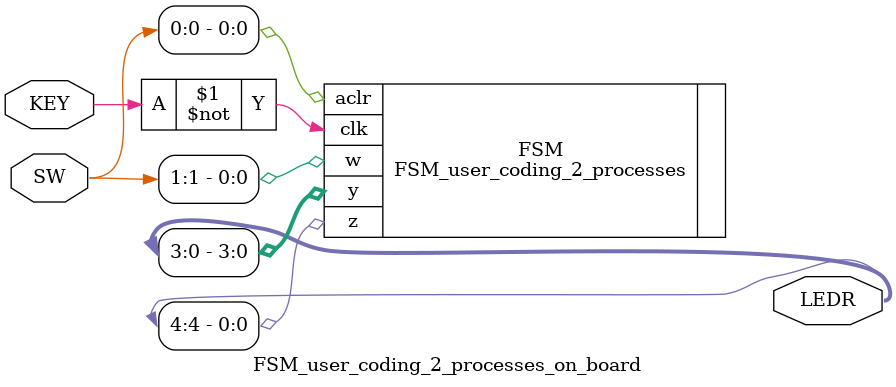
<source format=v>
module FSM_user_coding_2_processes_on_board(input [1:0] SW, 
									 input [0:0] KEY, 
									 output [4:0] LEDR);
						 
	FSM_user_coding_2_processes FSM(.clk(~KEY[0]), .aclr(SW[0]), .w(SW[1]),
								.z(LEDR[4]), .y(LEDR[3:0]));

endmodule

</source>
